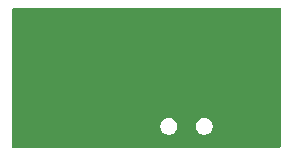
<source format=gbr>
%TF.GenerationSoftware,KiCad,Pcbnew,8.0.7*%
%TF.CreationDate,2025-01-11T15:19:25-09:00*%
%TF.ProjectId,wearable_battery_board,77656172-6162-46c6-955f-626174746572,rev?*%
%TF.SameCoordinates,Original*%
%TF.FileFunction,Copper,L2,Bot*%
%TF.FilePolarity,Positive*%
%FSLAX46Y46*%
G04 Gerber Fmt 4.6, Leading zero omitted, Abs format (unit mm)*
G04 Created by KiCad (PCBNEW 8.0.7) date 2025-01-11 15:19:25*
%MOMM*%
%LPD*%
G01*
G04 APERTURE LIST*
%TA.AperFunction,ViaPad*%
%ADD10C,0.800000*%
%TD*%
G04 APERTURE END LIST*
D10*
%TO.N,GND*%
X139320000Y-85520000D03*
X156718000Y-84886800D03*
X149402800Y-84886800D03*
X140490000Y-85520000D03*
X158840000Y-85590000D03*
X156620000Y-77250000D03*
X158840000Y-84410000D03*
X143205200Y-81229200D03*
X155440000Y-77250000D03*
X156620000Y-76070000D03*
X146456400Y-85445600D03*
X160020000Y-84410000D03*
X145948400Y-78486000D03*
X152552400Y-81584800D03*
X140490000Y-84350000D03*
X160020000Y-85590000D03*
X139310000Y-84350000D03*
X155440000Y-76070000D03*
%TD*%
%TA.AperFunction,Conductor*%
%TO.N,GND*%
G36*
X161029839Y-74898885D02*
G01*
X161075594Y-74951689D01*
X161086800Y-75003200D01*
X161086800Y-86567800D01*
X161067115Y-86634839D01*
X161014311Y-86680594D01*
X160962800Y-86691800D01*
X138391279Y-86691800D01*
X138324240Y-86672115D01*
X138278485Y-86619311D01*
X138267279Y-86567669D01*
X138268324Y-85579517D01*
X138269131Y-84815842D01*
X150840000Y-84815842D01*
X150840000Y-84957757D01*
X150867682Y-85096925D01*
X150867684Y-85096933D01*
X150921988Y-85228033D01*
X150921993Y-85228043D01*
X151000828Y-85346027D01*
X151000831Y-85346031D01*
X151101168Y-85446368D01*
X151101172Y-85446371D01*
X151219156Y-85525206D01*
X151219160Y-85525208D01*
X151219163Y-85525210D01*
X151350267Y-85579516D01*
X151489442Y-85607199D01*
X151489446Y-85607200D01*
X151489447Y-85607200D01*
X151631354Y-85607200D01*
X151631355Y-85607199D01*
X151770533Y-85579516D01*
X151901637Y-85525210D01*
X152019628Y-85446371D01*
X152119971Y-85346028D01*
X152198810Y-85228037D01*
X152253116Y-85096933D01*
X152280800Y-84957753D01*
X152280800Y-84815847D01*
X152280799Y-84815842D01*
X153840000Y-84815842D01*
X153840000Y-84957757D01*
X153867682Y-85096925D01*
X153867684Y-85096933D01*
X153921988Y-85228033D01*
X153921993Y-85228043D01*
X154000828Y-85346027D01*
X154000831Y-85346031D01*
X154101168Y-85446368D01*
X154101172Y-85446371D01*
X154219156Y-85525206D01*
X154219160Y-85525208D01*
X154219163Y-85525210D01*
X154350267Y-85579516D01*
X154489442Y-85607199D01*
X154489446Y-85607200D01*
X154489447Y-85607200D01*
X154631354Y-85607200D01*
X154631355Y-85607199D01*
X154770533Y-85579516D01*
X154901637Y-85525210D01*
X155019628Y-85446371D01*
X155119971Y-85346028D01*
X155198810Y-85228037D01*
X155253116Y-85096933D01*
X155280800Y-84957753D01*
X155280800Y-84815847D01*
X155253116Y-84676667D01*
X155198810Y-84545563D01*
X155198808Y-84545560D01*
X155198806Y-84545556D01*
X155119971Y-84427572D01*
X155119968Y-84427568D01*
X155019631Y-84327231D01*
X155019627Y-84327228D01*
X154901643Y-84248393D01*
X154901633Y-84248388D01*
X154770533Y-84194084D01*
X154770525Y-84194082D01*
X154631357Y-84166400D01*
X154631353Y-84166400D01*
X154489447Y-84166400D01*
X154489442Y-84166400D01*
X154350274Y-84194082D01*
X154350266Y-84194084D01*
X154219166Y-84248388D01*
X154219156Y-84248393D01*
X154101172Y-84327228D01*
X154101168Y-84327231D01*
X154000831Y-84427568D01*
X154000828Y-84427572D01*
X153921993Y-84545556D01*
X153921988Y-84545566D01*
X153867684Y-84676666D01*
X153867682Y-84676674D01*
X153840000Y-84815842D01*
X152280799Y-84815842D01*
X152253116Y-84676667D01*
X152198810Y-84545563D01*
X152198808Y-84545560D01*
X152198806Y-84545556D01*
X152119971Y-84427572D01*
X152119968Y-84427568D01*
X152019631Y-84327231D01*
X152019627Y-84327228D01*
X151901643Y-84248393D01*
X151901633Y-84248388D01*
X151770533Y-84194084D01*
X151770525Y-84194082D01*
X151631357Y-84166400D01*
X151631353Y-84166400D01*
X151489447Y-84166400D01*
X151489442Y-84166400D01*
X151350274Y-84194082D01*
X151350266Y-84194084D01*
X151219166Y-84248388D01*
X151219156Y-84248393D01*
X151101172Y-84327228D01*
X151101168Y-84327231D01*
X151000831Y-84427568D01*
X151000828Y-84427572D01*
X150921993Y-84545556D01*
X150921988Y-84545566D01*
X150867684Y-84676666D01*
X150867682Y-84676674D01*
X150840000Y-84815842D01*
X138269131Y-84815842D01*
X138279503Y-75003068D01*
X138299258Y-74936050D01*
X138352111Y-74890351D01*
X138403503Y-74879200D01*
X160962800Y-74879200D01*
X161029839Y-74898885D01*
G37*
%TD.AperFunction*%
%TD*%
M02*

</source>
